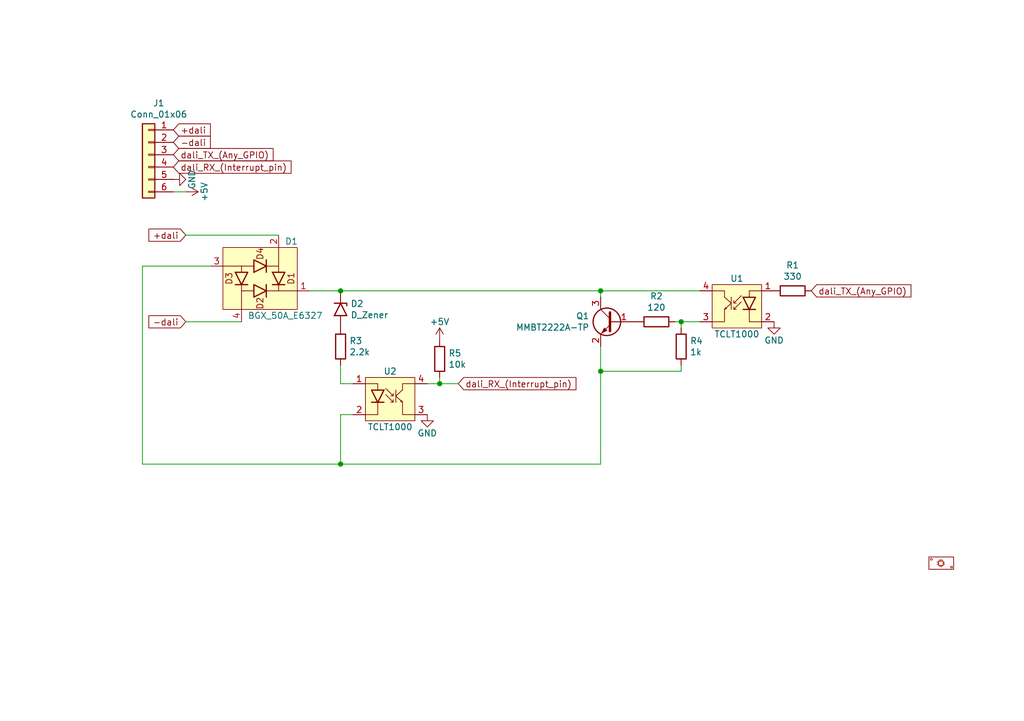
<source format=kicad_sch>
(kicad_sch (version 20211123) (generator eeschema)
  (paper "A5")
  (title_block (title "Dali-2") (date "2021-06-07") (rev "1.0.0") (company "GroundStudio.ro"))
  (lib_symbols
    (symbol "GS_Local:+5V" (power) (pin_names (offset 0))
      (property "Value" "+5V" (at 0 3.556 0))
      (symbol "+5V_0_1"
        (polyline (pts (xy -0.762 1.27) (xy 0 2.54)))
        (polyline (pts (xy 0 0) (xy 0 2.54)))
        (polyline (pts (xy 0 2.54) (xy 0.762 1.27)))
      )
      (symbol "+5V_1_1"
        (pin power_in line (at 0 0 90) (length 0) hide (name "+5V") (number "1"))
      )
    )
    (symbol "GS_Local:BGX_50A_E6327" (pin_names (offset 1.016) hide)
      (property "Reference" "D" (at 6.35 7.62 0))
      (property "Value" "BGX_50A_E6327" (at 5.08 -7.62 0))
      (symbol "BGX_50A_E6327_0_0"
        (rectangle (start -7.62 -6.35) (end 7.62 6.35) (fill (type background)))
        (polyline (pts (xy -3.81 -6.35) (xy -3.81 -2.54)))
        (polyline (pts (xy -3.81 2.54) (xy -7.62 2.54)))
        (polyline (pts (xy 3.81 2.54) (xy 3.81 6.35)))
        (polyline (pts (xy 7.62 -2.54) (xy 3.81 -2.54)))
        (text "D1" (at 6.35 0 900) (effects (font (size 1.27 1.27))))
        (text "D2" (at 0 -5.08 900) (effects (font (size 1.27 1.27))))
        (text "D3" (at -6.35 0 900) (effects (font (size 1.27 1.27))))
        (text "D4" (at 0 5.08 900) (effects (font (size 1.27 1.27))))
      )
      (symbol "BGX_50A_E6327_0_1"
        (polyline (pts (xy -3.81 -1.27) (xy -3.81 -2.54) (xy -1.27 -2.54)))
        (polyline (pts (xy -3.81 1.27) (xy -3.81 2.54) (xy -1.27 2.54)))
        (polyline (pts (xy 1.27 -2.54) (xy 3.81 -2.54) (xy 3.81 -1.27)))
        (polyline (pts (xy 1.27 2.54) (xy 3.81 2.54) (xy 3.81 1.27)))
      )
      (symbol "BGX_50A_E6327_1_1"
        (polyline (pts (xy -5.08 -1.27) (xy -2.54 -1.27)) (stroke (width 0.254)))
        (polyline (pts (xy 1.27 -3.81) (xy 1.27 -1.27)) (stroke (width 0.254)))
        (polyline (pts (xy 1.27 1.27) (xy 1.27 3.81)) (stroke (width 0.254)))
        (polyline (pts (xy 2.54 -1.27) (xy 5.08 -1.27)) (stroke (width 0.254)))
        (polyline (pts (xy -5.08 1.27) (xy -2.54 1.27) (xy -3.81 -1.27) (xy -5.08 1.27)) (stroke (width 0.254)))
        (polyline (pts (xy -1.27 -3.81) (xy -1.27 -1.27) (xy 1.27 -2.54) (xy -1.27 -3.81)) (stroke (width 0.254)))
        (polyline (pts (xy -1.27 1.27) (xy -1.27 3.81) (xy 1.27 2.54) (xy -1.27 1.27)) (stroke (width 0.254)))
        (polyline (pts (xy 2.54 1.27) (xy 5.08 1.27) (xy 3.81 -1.27) (xy 2.54 1.27)) (stroke (width 0.254)))
        (pin output line (at 10.16 -2.54 180) (length 2.54) (name "1") (number "1"))
        (pin input line (at 3.81 8.89 270) (length 2.54) (name "2") (number "2"))
        (pin output line (at -10.16 2.54 0) (length 2.54) (name "3") (number "3"))
        (pin input line (at -3.81 -8.89 90) (length 2.54) (name "4") (number "4"))
      )
    )
    (symbol "GS_Local:Conn_01x06" (pin_names (offset 1.016) hide)
      (property "Reference" "J" (at 0 7.62 0))
      (property "Value" "Conn_01x06" (at 0 -10.16 0))
      (symbol "Conn_01x06_1_1"
        (rectangle (start -1.27 -7.493) (end 0 -7.747) (stroke (width 0.1524)))
        (rectangle (start -1.27 -4.953) (end 0 -5.207) (stroke (width 0.1524)))
        (rectangle (start -1.27 -2.413) (end 0 -2.667) (stroke (width 0.1524)))
        (rectangle (start -1.27 0.127) (end 0 -0.127) (stroke (width 0.1524)))
        (rectangle (start -1.27 2.667) (end 0 2.413) (stroke (width 0.1524)))
        (rectangle (start -1.27 5.207) (end 0 4.953) (stroke (width 0.1524)))
        (rectangle (start -1.27 6.35) (end 1.27 -8.89) (stroke (width 0.254)) (fill (type background)))
        (pin passive line (at -5.08 5.08 0) (length 3.81) (name "Pin_1") (number "1"))
        (pin passive line (at -5.08 2.54 0) (length 3.81) (name "Pin_2") (number "2"))
        (pin passive line (at -5.08 0 0) (length 3.81) (name "Pin_3") (number "3"))
        (pin passive line (at -5.08 -2.54 0) (length 3.81) (name "Pin_4") (number "4"))
        (pin passive line (at -5.08 -5.08 0) (length 3.81) (name "Pin_5") (number "5"))
        (pin passive line (at -5.08 -7.62 0) (length 3.81) (name "Pin_6") (number "6"))
      )
    )
    (symbol "GS_Local:D_Zener" (pin_numbers hide) (pin_names (offset 1.016) hide)
      (property "Reference" "D" (at 0 2.54 0))
      (property "Value" "D_Zener" (at 0 -2.54 0))
      (symbol "D_Zener_0_1"
        (polyline (pts (xy 1.27 0) (xy 1.27 0)))
        (polyline (pts (xy -1.27 -1.27) (xy -1.27 1.27) (xy -0.762 1.27)) (stroke (width 0.254)))
        (polyline (pts (xy 1.27 -1.27) (xy 1.27 1.27) (xy -1.27 0) (xy 1.27 -1.27)) (stroke (width 0.254)))
      )
      (symbol "D_Zener_1_1"
        (pin passive line (at -3.81 0 0) (length 2.54) (name "K") (number "1"))
        (pin passive line (at 3.81 0 180) (length 2.54) (name "A") (number "2"))
      )
    )
    (symbol "GS_Local:GND" (power) (pin_names (offset 0))
      (property "Value" "GND" (at 0 -3.81 0))
      (symbol "GND_0_1"
        (polyline (pts (xy 0 0) (xy 0 -1.27) (xy 1.27 -1.27) (xy 0 -2.54) (xy -1.27 -1.27) (xy 0 -1.27)))
      )
      (symbol "GND_1_1"
        (pin power_in line (at 0 0 270) (length 0) hide (name "GND") (number "1"))
      )
    )
    (symbol "GS_Local:PCB" (pin_names (offset 1.016))
      (symbol "PCB_0_1"
        (rectangle (start -2.54 1.27) (end 2.54 -1.27))
        (circle (center -2.032 0.7874) (radius 0.1778) (fill (type background)))
        (rectangle (start -0.5334 0.4318) (end 0.381 -0.4826) (fill (type background)))
        (polyline (pts (xy -0.254 -0.4826) (xy -0.254 -0.7874)))
        (polyline (pts (xy 0.1016 -0.5334) (xy 0.1016 -0.8128)))
        (polyline (pts (xy 0.381 0.1524) (xy 0.6604 0.1524)))
        (polyline (pts (xy 0.4064 -0.2032) (xy 0.6858 -0.2032)))
      )
      (symbol "PCB_1_1"
        (polyline (pts (xy -0.8636 -0.2032) (xy -0.5842 -0.2032)))
        (polyline (pts (xy -0.8636 0.2032) (xy -0.5842 0.2032)))
        (polyline (pts (xy -0.254 0.508) (xy -0.254 0.7874)))
        (polyline (pts (xy 0.1016 0.508) (xy 0.1016 0.7874)))
        (circle (center 2.1082 -0.8128) (radius 0.1778) (fill (type background)))
      )
    )
    (symbol "GS_Local:Q_NPN_BEC" (pin_names (offset 0) hide)
      (property "Reference" "Q" (at 5.08 1.27 0))
      (property "Value" "Q_NPN_BEC" (at 5.08 -1.27 0))
      (symbol "Q_NPN_BEC_0_1"
        (polyline (pts (xy 0.635 0.635) (xy 2.54 2.54)))
        (polyline (pts (xy 0.635 -0.635) (xy 2.54 -2.54) (xy 2.54 -2.54)))
        (polyline (pts (xy 0.635 1.905) (xy 0.635 -1.905) (xy 0.635 -1.905)) (stroke (width 0.508)))
        (polyline (pts (xy 1.27 -1.778) (xy 1.778 -1.27) (xy 2.286 -2.286) (xy 1.27 -1.778) (xy 1.27 -1.778)) (fill (type outline)))
        (circle (center 1.27 0) (radius 2.8194) (stroke (width 0.254)))
      )
      (symbol "Q_NPN_BEC_1_1"
        (pin input line (at -5.08 0 0) (length 5.715) (name "B") (number "1"))
        (pin passive line (at 2.54 -5.08 90) (length 2.54) (name "E") (number "2"))
        (pin passive line (at 2.54 5.08 270) (length 2.54) (name "C") (number "3"))
      )
    )
    (symbol "GS_Local:R" (pin_numbers hide) (pin_names (offset 0))
      (property "Reference" "R" (at 2.032 0 90))
      (property "Value" "R" (at 0 0 90))
      (symbol "R_0_1"
        (rectangle (start -1.016 -2.54) (end 1.016 2.54) (stroke (width 0.254)))
      )
      (symbol "R_1_1"
        (pin passive line (at 0 3.81 270) (length 1.27) (name "~") (number "1"))
        (pin passive line (at 0 -3.81 90) (length 1.27) (name "~") (number "2"))
      )
    )
    (symbol "GS_Local:TCLT1000" (pin_names (offset 1.016) hide)
      (property "Reference" "U" (at 1.27 5.08 0))
      (property "Value" "TCLT1000" (at 0 -6.35 0))
      (symbol "TCLT1000_0_0"
        (pin input line (at -7.62 2.54 0) (length 2.54) (name "A") (number "1"))
        (pin output line (at -7.62 -3.81 0) (length 2.54) (name "K") (number "2"))
        (pin output line (at 7.62 -3.81 180) (length 2.54) (name "E") (number "3"))
        (pin input line (at 7.62 2.54 180) (length 2.54) (name "C") (number "4"))
      )
      (symbol "TCLT1000_0_1"
        (rectangle (start -5.08 3.81) (end 5.08 -5.08) (fill (type background)))
        (polyline (pts (xy -5.08 -3.81) (xy -2.54 -3.81)))
        (polyline (pts (xy -5.08 2.54) (xy -2.54 2.54)))
        (polyline (pts (xy -2.54 -1.27) (xy -2.54 -3.81)))
        (polyline (pts (xy -2.54 2.54) (xy -2.54 1.27)))
        (polyline (pts (xy 2.54 -1.27) (xy 2.54 -3.81) (xy 5.08 -3.81)))
        (polyline (pts (xy 2.54 1.27) (xy 2.54 2.54) (xy 5.08 2.54)))
      )
      (symbol "TCLT1000_1_1"
        (polyline (pts (xy 0.635 -1.2446) (xy 0.635 -0.7366)))
        (polyline (pts (xy 1.1684 1.2446) (xy 1.1684 -1.2954)) (stroke (width 0.1524)))
        (polyline (pts (xy -1.27 -1.27) (xy -2.54 -1.27) (xy -3.81 -1.27)) (stroke (width 0.254)))
        (polyline (pts (xy -0.889 0.2794) (xy 0.635 -1.2446) (xy 0.127 -1.2446)))
        (polyline (pts (xy -1.27 1.2192) (xy -2.54 -1.3208) (xy -3.81 1.2192) (xy -1.27 1.2192)) (stroke (width 0.254)))
        (polyline (pts (xy -0.889 1.5494) (xy 0.635 0.0254) (xy 0.127 0.0254) (xy 0.635 0.0254) (xy 0.635 0.5334)))
        (polyline (pts (xy 2.54 1.27) (xy 1.1684 0) (xy 2.54 -1.27) (xy 2.3622 -0.9144) (xy 2.159 -1.143) (xy 2.54 -1.27)))
      )
    )
  )
  (junction (at 69.85 95.25))
  (junction (at 123.19 76.2))
  (junction (at 90.17 78.74))
  (junction (at 139.7 66.04))
  (junction (at 69.85 59.69))
  (junction (at 123.19 59.69))
  (wire (pts (xy 63.5 59.69) (xy 69.85 59.69)))
  (wire (pts (xy 123.19 76.2) (xy 123.19 95.25)))
  (wire (pts (xy 123.19 71.12) (xy 123.19 76.2)))
  (wire (pts (xy 139.7 76.2) (xy 123.19 76.2)))
  (wire (pts (xy 143.51 66.04) (xy 139.7 66.04)))
  (wire (pts (xy 123.19 59.69) (xy 143.51 59.69)))
  (wire (pts (xy 69.85 59.69) (xy 123.19 59.69)))
  (wire (pts (xy 69.85 85.09) (xy 69.85 95.25)))
  (wire (pts (xy 35.56 39.37) (xy 38.1 39.37)))
  (wire (pts (xy 38.1 66.04) (xy 49.53 66.04)))
  (wire (pts (xy 87.63 78.74) (xy 90.17 78.74)))
  (wire (pts (xy 139.7 66.04) (xy 139.7 67.31)))
  (wire (pts (xy 29.21 95.25) (xy 69.85 95.25)))
  (wire (pts (xy 123.19 60.96) (xy 123.19 59.69)))
  (wire (pts (xy 139.7 74.93) (xy 139.7 76.2)))
  (wire (pts (xy 69.85 74.93) (xy 69.85 78.74)))
  (wire (pts (xy 90.17 77.47) (xy 90.17 78.74)))
  (wire (pts (xy 43.18 54.61) (xy 29.21 54.61)))
  (wire (pts (xy 138.43 66.04) (xy 139.7 66.04)))
  (wire (pts (xy 72.39 85.09) (xy 69.85 85.09)))
  (wire (pts (xy 29.21 54.61) (xy 29.21 95.25)))
  (wire (pts (xy 38.1 48.26) (xy 57.15 48.26)))
  (wire (pts (xy 69.85 78.74) (xy 72.39 78.74)))
  (wire (pts (xy 90.17 78.74) (xy 93.98 78.74)))
  (wire (pts (xy 69.85 95.25) (xy 123.19 95.25)))
  (global_label "dali_RX_(Interrupt_pin)" (shape input) (at 93.98 78.74 0) (property "Intersheet References" "${INTERSHEET_REFS}" (effects hide)))
  (global_label "dali_TX_(Any_GPIO)" (shape input) (at 166.37 59.69 0) (property "Intersheet References" "${INTERSHEET_REFS}" (effects hide)))
  (global_label "-dali" (shape input) (at 35.56 29.21 0) (property "Intersheet References" "${INTERSHEET_REFS}" (effects hide)))
  (global_label "dali_RX_(Interrupt_pin)" (shape input) (at 35.56 34.29 0) (property "Intersheet References" "${INTERSHEET_REFS}" (effects hide)))
  (global_label "dali_TX_(Any_GPIO)" (shape input) (at 35.56 31.75 0) (property "Intersheet References" "${INTERSHEET_REFS}" (effects hide)))
  (global_label "+dali" (shape input) (at 38.1 48.26 180) (property "Intersheet References" "${INTERSHEET_REFS}" (effects hide)))
  (global_label "-dali" (shape input) (at 38.1 66.04 180) (property "Intersheet References" "${INTERSHEET_REFS}" (effects hide)))
  (global_label "+dali" (shape input) (at 35.56 26.67 0) (property "Intersheet References" "${INTERSHEET_REFS}" (effects hide)))
  (symbol (lib_id "GS_Local:D_Zener") (at 69.85 63.5 270) (unit 1)
    (property "Reference" "D2" (at 71.882 62.3316 90) (effects (justify left)))
    (property "Value" "D_Zener" (at 71.882 64.643 90) (effects (justify left)))
    (property "Footprint" "GS_Local:SOD-523" (effects hide))
    (property "Datasheet" "https://datasheet.lcsc.com/lcsc/2105241449_CBI-MM5Z5V1_C2832572.pdf" (effects hide))
    (property "MPN" "MM5Z5V1" (effects hide))
    (property "LCSC" "C2832572" (effects hide))
  )
  (symbol (lib_id "GS_Local:R") (at 69.85 71.12 0) (unit 1)
    (property "Reference" "R3" (at 71.628 69.9516 0) (effects (justify left)))
    (property "Value" "2.2k" (at 71.628 72.263 0) (effects (justify left)))
    (property "Footprint" "GS_Local:R_0402_alt" (effects hide))
    (property "Datasheet" "https://datasheet.lcsc.com/lcsc/1811141743_FH-Guangdong-Fenghua-Advanced-Tech-RC-02W2201FT_C258093.pdf" (effects hide))
    (property "MPN" "RC-02W2201FT" (effects hide))
    (property "LCSC" "C258093" (effects hide))
  )
  (symbol (lib_id "GS_Local:TCLT1000") (at 80.01 81.28 0) (unit 1)
    (property "Reference" "U2" (at 80.01 76.2 0))
    (property "Value" "TCLT1000" (at 80.01 87.63 0))
    (property "Footprint" "GS_Local:SOP-4_P2.54_300mil" (effects hide))
    (property "Datasheet" "https://datasheet.lcsc.com/lcsc/1806121840_Vishay-Intertech-TCLT1000_C110644.pdf" (effects hide))
    (property "MPN" "TCLT1000" (effects hide))
    (property "LCSC" "C110644" (effects hide))
  )
  (symbol (lib_id "GS_Local:GND") (at 87.63 85.09 0) (unit 1)
    (property "Reference" "#PWR03" (effects hide))
    (property "Value" "GND" (at 87.63 88.9 0))
  )
  (symbol (lib_id "GS_Local:BGX_50A_E6327") (at 53.34 57.15 0) (unit 1)
    (property "Reference" "D1" (at 58.42 49.53 0) (effects (justify left)))
    (property "Value" "BGX_50A_E6327" (at 50.8 64.77 0) (effects (justify left)))
    (property "Footprint" "GS_Local:SOT-143" (effects hide))
    (property "Datasheet" "https://datasheet.lcsc.com/lcsc/2005291335_Infineon-Technologies-BGX-50A-E6327_C534261.pdf" (effects hide))
    (property "MPN" "BGX 50A E6327" (effects hide))
    (property "LCSC" "C534261" (effects hide))
  )
  (symbol (lib_id "GS_Local:TCLT1000") (at 151.13 62.23 0) (mirror y) (unit 1)
    (property "Reference" "U1" (at 151.13 57.15 0))
    (property "Value" "TCLT1000" (at 151.13 68.58 0))
    (property "Footprint" "GS_Local:SOP-4_P2.54_300mil" (effects hide))
    (property "Datasheet" "https://datasheet.lcsc.com/lcsc/1806121840_Vishay-Intertech-TCLT1000_C110644.pdf" (effects hide))
    (property "MPN" "TCLT1000" (effects hide))
    (property "LCSC" "C110644" (effects hide))
  )
  (symbol (lib_id "GS_Local:R") (at 162.56 59.69 270) (unit 1)
    (property "Reference" "R1" (at 162.56 54.4322 90))
    (property "Value" "330" (at 162.56 56.7436 90))
    (property "Footprint" "GS_Local:R_0402_alt" (effects hide))
    (property "Datasheet" "https://datasheet.lcsc.com/lcsc/1811151642_UNI-ROYAL-Uniroyal-Elec-0402WGF3300TCE_C25104.pdf" (effects hide))
    (property "MPN" "0402WGF3300TCE" (effects hide))
    (property "LCSC" "C25104" (effects hide))
  )
  (symbol (lib_id "GS_Local:GND") (at 158.75 66.04 0) (unit 1)
    (property "Reference" "#PWR01" (effects hide))
    (property "Value" "GND" (at 158.75 69.85 0))
  )
  (symbol (lib_id "GS_Local:+5V") (at 90.17 69.85 0) (unit 1)
    (property "Reference" "#PWR02" (effects hide))
    (property "Value" "+5V" (at 90.17 66.04 0))
  )
  (symbol (lib_id "GS_Local:R") (at 90.17 73.66 0) (unit 1)
    (property "Reference" "R5" (at 91.948 72.4916 0) (effects (justify left)))
    (property "Value" "10k" (at 91.948 74.803 0) (effects (justify left)))
    (property "Footprint" "GS_Local:R_0402_alt" (effects hide))
    (property "Datasheet" "https://datasheet.lcsc.com/lcsc/1811091923_UNI-ROYAL-Uniroyal-Elec-0402WGJ0103TCE_C25531.pdf" (effects hide))
    (property "MPN" "0402WGJ0103TCE" (effects hide))
    (property "LCSC" "C25531" (effects hide))
  )
  (symbol (lib_id "GS_Local:R") (at 134.62 66.04 270) (unit 1)
    (property "Reference" "R2" (at 134.62 60.7822 90))
    (property "Value" "120" (at 134.62 63.0936 90))
    (property "Footprint" "GS_Local:R_0402_alt" (effects hide))
    (property "Datasheet" "https://datasheet.lcsc.com/lcsc/1811141629_FH-Guangdong-Fenghua-Advanced-Tech-RC-02W1200FT_C310190.pdf" (effects hide))
    (property "MPN" "RC-02W1200FT" (effects hide))
    (property "LCSC" "C310190" (effects hide))
  )
  (symbol (lib_id "GS_Local:R") (at 139.7 71.12 0) (unit 1)
    (property "Reference" "R4" (at 141.478 69.9516 0) (effects (justify left)))
    (property "Value" "1k" (at 141.478 72.263 0) (effects (justify left)))
    (property "Footprint" "GS_Local:R_0402_alt" (effects hide))
    (property "Datasheet" "https://datasheet.lcsc.com/lcsc/1811141734_FH-Guangdong-Fenghua-Advanced-Tech-RC-02W1001FT_C226166.pdf" (effects hide))
    (property "MPN" "RC-02W1001FT" (effects hide))
    (property "LCSC" "C226166" (effects hide))
  )
  (symbol (lib_id "GS_Local:Q_NPN_BEC") (at 125.73 66.04 0) (mirror y) (unit 1)
    (property "Reference" "Q1" (at 120.8786 64.8716 0) (effects (justify left)))
    (property "Value" "MMBT2222A-TP" (at 120.8786 67.183 0) (effects (justify left)))
    (property "Footprint" "GS_Local:SOT-23-3" (effects hide))
    (property "MPN" "MMBT2222A-TP" (effects hide))
    (property "LCSC" "C194252" (effects hide))
  )
  (symbol (lib_id "GS_Local:PCB") (at 193.04 115.57 0) (unit 1)
    (property "Reference" "P1" (effects hide))
    (property "Value" "PCB" (effects hide))
    (property "MPN" "KGWIAB_GS_PCB" (effects hide))
  )
  (symbol (lib_id "GS_Local:Conn_01x06") (at 30.48 31.75 0) (mirror y) (unit 1)
    (property "Reference" "J1" (at 32.5628 21.1582 0))
    (property "Value" "Conn_01x06" (at 32.5628 23.4696 0))
    (property "Footprint" "GS_Local:PinHeader_1x06_P2.54mm_Vertical_Male" (effects hide))
    (property "Datasheet" "https://datasheet.lcsc.com/szlcsc/1810312320_BOOMELE-Boom-Precision-Elec-C37208_C37208.pdf" (effects hide))
    (property "MPN" "C37208" (effects hide))
    (property "LCSC" "C37208" (effects hide))
  )
  (symbol (lib_id "GS_Local:+5V") (at 38.1 39.37 270) (unit 1)
    (property "Reference" "#PWR0101" (effects hide))
    (property "Value" "+5V" (at 41.91 39.37 0))
  )
  (symbol (lib_id "GS_Local:GND") (at 35.56 36.83 90) (unit 1)
    (property "Reference" "#PWR0102" (effects hide))
    (property "Value" "GND" (at 39.37 36.83 0))
  )
)
</source>
